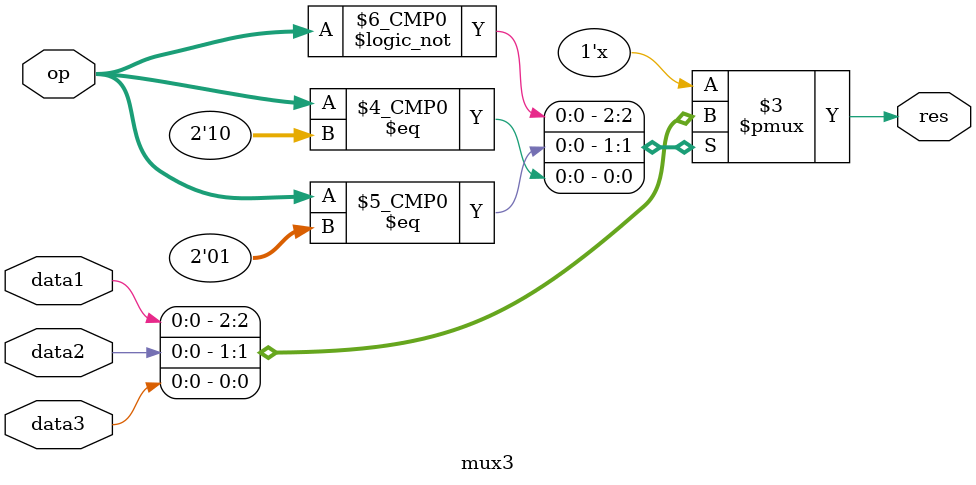
<source format=v>
module mux3 #(parameter WIDTH = 1)
  (input [WIDTH-1:0] data1,
   input [WIDTH-1:0] data2,
   input [WIDTH-1:0] data3,
   input [1:0] op,
   output reg [WIDTH-1:0] res);

  always @* begin
    case (op)
    2'b00: res <= data1;
    2'b01: res <= data2;
    2'b10: res <= data3;
    default: res <= 16'bxxxx_xxxx_xxxx_xxxx;
    endcase
  end
   
endmodule 
</source>
